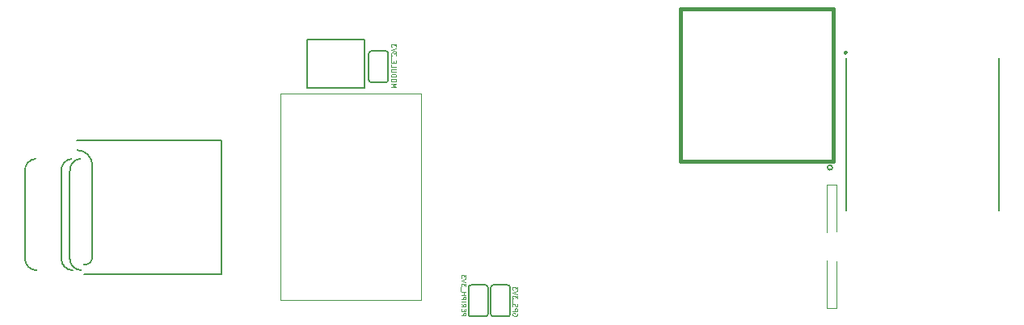
<source format=gbr>
G04 #@! TF.GenerationSoftware,KiCad,Pcbnew,5.0.0-fee4fd1~66~ubuntu16.04.1*
G04 #@! TF.CreationDate,2018-08-27T17:11:34-07:00*
G04 #@! TF.ProjectId,fk-naturalist,666B2D6E61747572616C6973742E6B69,0.1*
G04 #@! TF.SameCoordinates,PX791ddc0PY791ddc0*
G04 #@! TF.FileFunction,Legend,Bot*
G04 #@! TF.FilePolarity,Positive*
%FSLAX46Y46*%
G04 Gerber Fmt 4.6, Leading zero omitted, Abs format (unit mm)*
G04 Created by KiCad (PCBNEW 5.0.0-fee4fd1~66~ubuntu16.04.1) date Mon Aug 27 17:11:34 2018*
%MOMM*%
%LPD*%
G01*
G04 APERTURE LIST*
%ADD10C,0.100000*%
%ADD11C,0.127000*%
%ADD12C,0.150000*%
%ADD13C,0.381000*%
%ADD14C,0.300000*%
%ADD15C,0.152400*%
G04 APERTURE END LIST*
D10*
X-11999091Y-19086247D02*
X-11499091Y-19086247D01*
X-11499091Y-18895771D01*
X-11522900Y-18848152D01*
X-11546710Y-18824342D01*
X-11594329Y-18800533D01*
X-11665758Y-18800533D01*
X-11713377Y-18824342D01*
X-11737186Y-18848152D01*
X-11760996Y-18895771D01*
X-11760996Y-19086247D01*
X-11737186Y-18586247D02*
X-11737186Y-18419580D01*
X-11999091Y-18348152D02*
X-11999091Y-18586247D01*
X-11499091Y-18586247D01*
X-11499091Y-18348152D01*
X-11999091Y-17848152D02*
X-11760996Y-18014819D01*
X-11999091Y-18133866D02*
X-11499091Y-18133866D01*
X-11499091Y-17943390D01*
X-11522900Y-17895771D01*
X-11546710Y-17871961D01*
X-11594329Y-17848152D01*
X-11665758Y-17848152D01*
X-11713377Y-17871961D01*
X-11737186Y-17895771D01*
X-11760996Y-17943390D01*
X-11760996Y-18133866D01*
X-11999091Y-17633866D02*
X-11499091Y-17633866D01*
X-11999091Y-17395771D02*
X-11499091Y-17395771D01*
X-11499091Y-17205295D01*
X-11522900Y-17157676D01*
X-11546710Y-17133866D01*
X-11594329Y-17110057D01*
X-11665758Y-17110057D01*
X-11713377Y-17133866D01*
X-11737186Y-17157676D01*
X-11760996Y-17205295D01*
X-11760996Y-17395771D01*
X-11999091Y-16895771D02*
X-11499091Y-16895771D01*
X-11737186Y-16895771D02*
X-11737186Y-16610057D01*
X-11999091Y-16610057D02*
X-11499091Y-16610057D01*
X-12046710Y-16491009D02*
X-12046710Y-16110057D01*
X-11499091Y-16038628D02*
X-11499091Y-15729104D01*
X-11689567Y-15895771D01*
X-11689567Y-15824342D01*
X-11713377Y-15776723D01*
X-11737186Y-15752914D01*
X-11784805Y-15729104D01*
X-11903853Y-15729104D01*
X-11951472Y-15752914D01*
X-11975281Y-15776723D01*
X-11999091Y-15824342D01*
X-11999091Y-15967200D01*
X-11975281Y-16014819D01*
X-11951472Y-16038628D01*
X-11499091Y-15586247D02*
X-11999091Y-15419580D01*
X-11499091Y-15252914D01*
X-11499091Y-15133866D02*
X-11499091Y-14824342D01*
X-11689567Y-14991009D01*
X-11689567Y-14919580D01*
X-11713377Y-14871961D01*
X-11737186Y-14848152D01*
X-11784805Y-14824342D01*
X-11903853Y-14824342D01*
X-11951472Y-14848152D01*
X-11975281Y-14871961D01*
X-11999091Y-14919580D01*
X-11999091Y-15062438D01*
X-11975281Y-15110057D01*
X-11951472Y-15133866D01*
X-6138100Y-18840295D02*
X-6114291Y-18887914D01*
X-6114291Y-18959342D01*
X-6138100Y-19030771D01*
X-6185720Y-19078390D01*
X-6233339Y-19102200D01*
X-6328577Y-19126009D01*
X-6400005Y-19126009D01*
X-6495243Y-19102200D01*
X-6542862Y-19078390D01*
X-6590481Y-19030771D01*
X-6614291Y-18959342D01*
X-6614291Y-18911723D01*
X-6590481Y-18840295D01*
X-6566672Y-18816485D01*
X-6400005Y-18816485D01*
X-6400005Y-18911723D01*
X-6614291Y-18602200D02*
X-6114291Y-18602200D01*
X-6114291Y-18411723D01*
X-6138100Y-18364104D01*
X-6161910Y-18340295D01*
X-6209529Y-18316485D01*
X-6280958Y-18316485D01*
X-6328577Y-18340295D01*
X-6352386Y-18364104D01*
X-6376196Y-18411723D01*
X-6376196Y-18602200D01*
X-6590481Y-18126009D02*
X-6614291Y-18054580D01*
X-6614291Y-17935533D01*
X-6590481Y-17887914D01*
X-6566672Y-17864104D01*
X-6519053Y-17840295D01*
X-6471434Y-17840295D01*
X-6423815Y-17864104D01*
X-6400005Y-17887914D01*
X-6376196Y-17935533D01*
X-6352386Y-18030771D01*
X-6328577Y-18078390D01*
X-6304767Y-18102200D01*
X-6257148Y-18126009D01*
X-6209529Y-18126009D01*
X-6161910Y-18102200D01*
X-6138100Y-18078390D01*
X-6114291Y-18030771D01*
X-6114291Y-17911723D01*
X-6138100Y-17840295D01*
X-6661910Y-17745057D02*
X-6661910Y-17364104D01*
X-6114291Y-17292676D02*
X-6114291Y-16983152D01*
X-6304767Y-17149819D01*
X-6304767Y-17078390D01*
X-6328577Y-17030771D01*
X-6352386Y-17006961D01*
X-6400005Y-16983152D01*
X-6519053Y-16983152D01*
X-6566672Y-17006961D01*
X-6590481Y-17030771D01*
X-6614291Y-17078390D01*
X-6614291Y-17221247D01*
X-6590481Y-17268866D01*
X-6566672Y-17292676D01*
X-6114291Y-16840295D02*
X-6614291Y-16673628D01*
X-6114291Y-16506961D01*
X-6114291Y-16387914D02*
X-6114291Y-16078390D01*
X-6304767Y-16245057D01*
X-6304767Y-16173628D01*
X-6328577Y-16126009D01*
X-6352386Y-16102200D01*
X-6400005Y-16078390D01*
X-6519053Y-16078390D01*
X-6566672Y-16102200D01*
X-6590481Y-16126009D01*
X-6614291Y-16173628D01*
X-6614291Y-16316485D01*
X-6590481Y-16364104D01*
X-6566672Y-16387914D01*
X-19314291Y4912800D02*
X-18814291Y4912800D01*
X-19171434Y5079467D01*
X-18814291Y5246134D01*
X-19314291Y5246134D01*
X-18814291Y5579467D02*
X-18814291Y5674705D01*
X-18838100Y5722324D01*
X-18885720Y5769943D01*
X-18980958Y5793753D01*
X-19147624Y5793753D01*
X-19242862Y5769943D01*
X-19290481Y5722324D01*
X-19314291Y5674705D01*
X-19314291Y5579467D01*
X-19290481Y5531848D01*
X-19242862Y5484229D01*
X-19147624Y5460420D01*
X-18980958Y5460420D01*
X-18885720Y5484229D01*
X-18838100Y5531848D01*
X-18814291Y5579467D01*
X-19314291Y6008039D02*
X-18814291Y6008039D01*
X-18814291Y6127086D01*
X-18838100Y6198515D01*
X-18885720Y6246134D01*
X-18933339Y6269943D01*
X-19028577Y6293753D01*
X-19100005Y6293753D01*
X-19195243Y6269943D01*
X-19242862Y6246134D01*
X-19290481Y6198515D01*
X-19314291Y6127086D01*
X-19314291Y6008039D01*
X-18814291Y6508039D02*
X-19219053Y6508039D01*
X-19266672Y6531848D01*
X-19290481Y6555658D01*
X-19314291Y6603277D01*
X-19314291Y6698515D01*
X-19290481Y6746134D01*
X-19266672Y6769943D01*
X-19219053Y6793753D01*
X-18814291Y6793753D01*
X-19314291Y7269943D02*
X-19314291Y7031848D01*
X-18814291Y7031848D01*
X-19052386Y7436610D02*
X-19052386Y7603277D01*
X-19314291Y7674705D02*
X-19314291Y7436610D01*
X-18814291Y7436610D01*
X-18814291Y7674705D01*
X-19361910Y7769943D02*
X-19361910Y8150896D01*
X-18814291Y8222324D02*
X-18814291Y8531848D01*
X-19004767Y8365181D01*
X-19004767Y8436610D01*
X-19028577Y8484229D01*
X-19052386Y8508039D01*
X-19100005Y8531848D01*
X-19219053Y8531848D01*
X-19266672Y8508039D01*
X-19290481Y8484229D01*
X-19314291Y8436610D01*
X-19314291Y8293753D01*
X-19290481Y8246134D01*
X-19266672Y8222324D01*
X-18814291Y8674705D02*
X-19314291Y8841372D01*
X-18814291Y9008039D01*
X-18814291Y9127086D02*
X-18814291Y9436610D01*
X-19004767Y9269943D01*
X-19004767Y9341372D01*
X-19028577Y9388991D01*
X-19052386Y9412800D01*
X-19100005Y9436610D01*
X-19219053Y9436610D01*
X-19266672Y9412800D01*
X-19290481Y9388991D01*
X-19314291Y9341372D01*
X-19314291Y9198515D01*
X-19290481Y9150896D01*
X-19266672Y9127086D01*
D11*
G04 #@! TO.C,M7*
X-52227480Y-716280D02*
X-37127180Y-716280D01*
X-37127180Y-716280D02*
X-37127180Y-14714220D01*
X-37127180Y-14714220D02*
X-51528980Y-14714220D01*
X-50627280Y-13014960D02*
X-50627280Y-3314700D01*
X-52986940Y-13116560D02*
X-52986940Y-3916680D01*
X-53888640Y-13116560D02*
X-53888640Y-3916680D01*
X-57688480Y-13116560D02*
X-57688480Y-3916680D01*
X-50627280Y-13017500D02*
G75*
G02X-51528980Y-13716000I-800100J101600D01*
G01*
X-52227480Y-1714500D02*
G75*
G02X-50627280Y-3314700I0J-1600200D01*
G01*
X-51788060Y-14315440D02*
G75*
G02X-52986940Y-13116560I0J1198880D01*
G01*
X-52986940Y-3914140D02*
G75*
G02X-51887120Y-2616200I1198880J99060D01*
G01*
X-52687220Y-14317980D02*
G75*
G02X-53888640Y-13116560I0J1201420D01*
G01*
X-53886100Y-3916680D02*
G75*
G02X-52788820Y-2616200I1198880J101600D01*
G01*
X-56487060Y-14317980D02*
G75*
G02X-57688480Y-13116560I0J1201420D01*
G01*
X-57685940Y-3916680D02*
G75*
G02X-56588660Y-2616200I1198880J101600D01*
G01*
D10*
G04 #@! TO.C,U1*
X-16231860Y4271200D02*
X-16231860Y-17448800D01*
X-16231860Y-17448800D02*
X-30961860Y-17448800D01*
X-30961860Y-17448800D02*
X-30961860Y4271200D01*
X-30961860Y4271200D02*
X-16231860Y4271200D01*
D12*
G04 #@! TO.C,U10*
X26888440Y-3530600D02*
G75*
G03X26888440Y-3530600I-254000J0D01*
G01*
D13*
X19014440Y-2895600D02*
X27015440Y-2895600D01*
X27015440Y-2895600D02*
X27015440Y13106400D01*
X27015440Y13106400D02*
X13014960Y13106400D01*
X13014960Y13106400D02*
X11013440Y13106400D01*
X11013440Y13106400D02*
X11013440Y-2895600D01*
X11013440Y-2895600D02*
X19014440Y-2895600D01*
D10*
G04 #@! TO.C,BT1*
X27308204Y-13393493D02*
X27308204Y-13388205D01*
X26266521Y-5319127D02*
X26266521Y-10305458D01*
X27308204Y-10226142D02*
X27308204Y-5319127D01*
X26266521Y-13319465D02*
X26266521Y-18305796D01*
X27308204Y-5319127D02*
X26266521Y-5319127D01*
X27308204Y-18305796D02*
X27308204Y-13393493D01*
X26266521Y-18305796D02*
X27308204Y-18305796D01*
D14*
G04 #@! TO.C,U3*
X28343511Y8536500D02*
G75*
G03X28343511Y8536500I-70711J0D01*
G01*
D12*
X28372800Y7936500D02*
X28372800Y-8063500D01*
X44372800Y7936500D02*
X44372800Y-8063500D01*
D15*
G04 #@! TO.C,J12*
X-6858000Y-18923000D02*
X-6858000Y-16129000D01*
X-8636000Y-19177000D02*
G75*
G02X-8890000Y-18923000I0J254000D01*
G01*
X-8890000Y-16129000D02*
G75*
G02X-8636000Y-15875000I254000J0D01*
G01*
X-6858000Y-16129000D02*
G75*
G03X-7112000Y-15875000I-254000J0D01*
G01*
X-7112000Y-19177000D02*
G75*
G03X-6858000Y-18923000I0J254000D01*
G01*
X-7112000Y-19177000D02*
X-8636000Y-19177000D01*
X-7112000Y-15875000D02*
X-8636000Y-15875000D01*
X-8890000Y-16129000D02*
X-8890000Y-18923000D01*
G04 #@! TO.C,J2*
X-9207500Y-18923000D02*
X-9207500Y-16129000D01*
X-10985500Y-19177000D02*
G75*
G02X-11239500Y-18923000I0J254000D01*
G01*
X-11239500Y-16129000D02*
G75*
G02X-10985500Y-15875000I254000J0D01*
G01*
X-9207500Y-16129000D02*
G75*
G03X-9461500Y-15875000I-254000J0D01*
G01*
X-9461500Y-19177000D02*
G75*
G03X-9207500Y-18923000I0J254000D01*
G01*
X-9461500Y-19177000D02*
X-10985500Y-19177000D01*
X-9461500Y-15875000D02*
X-10985500Y-15875000D01*
X-11239500Y-16129000D02*
X-11239500Y-18923000D01*
G04 #@! TO.C,J14*
X-19634200Y5651500D02*
X-19634200Y8445500D01*
X-21412200Y5397500D02*
G75*
G02X-21666200Y5651500I0J254000D01*
G01*
X-21666200Y8445500D02*
G75*
G02X-21412200Y8699500I254000J0D01*
G01*
X-19634200Y8445500D02*
G75*
G03X-19888200Y8699500I-254000J0D01*
G01*
X-19888200Y5397500D02*
G75*
G03X-19634200Y5651500I0J254000D01*
G01*
X-19888200Y5397500D02*
X-21412200Y5397500D01*
X-19888200Y8699500D02*
X-21412200Y8699500D01*
X-21666200Y8445500D02*
X-21666200Y5651500D01*
D12*
G04 #@! TO.C,U14*
X-28095200Y9866000D02*
X-22095200Y9866000D01*
X-28095200Y9866000D02*
X-28095200Y4866000D01*
X-28095200Y4866000D02*
X-22095200Y4866000D01*
X-22095200Y4866000D02*
X-22095200Y9866000D01*
G04 #@! TD*
M02*

</source>
